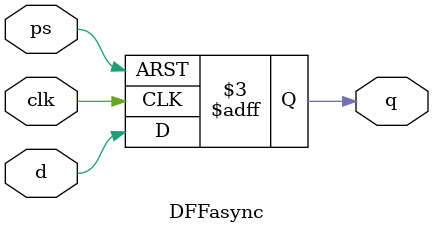
<source format=v>
`default_nettype none
`timescale 1 ns / 100 ps
module DFFasync
( 
	input clk, d, ps,
	output reg q
);
	always @(posedge clk or negedge ps) 
	begin
	 if(!ps) //Preset signal active low
	  q  = #10 1'b1; 
	 else
	  q <= #10 d; 
	end 
endmodule
</source>
